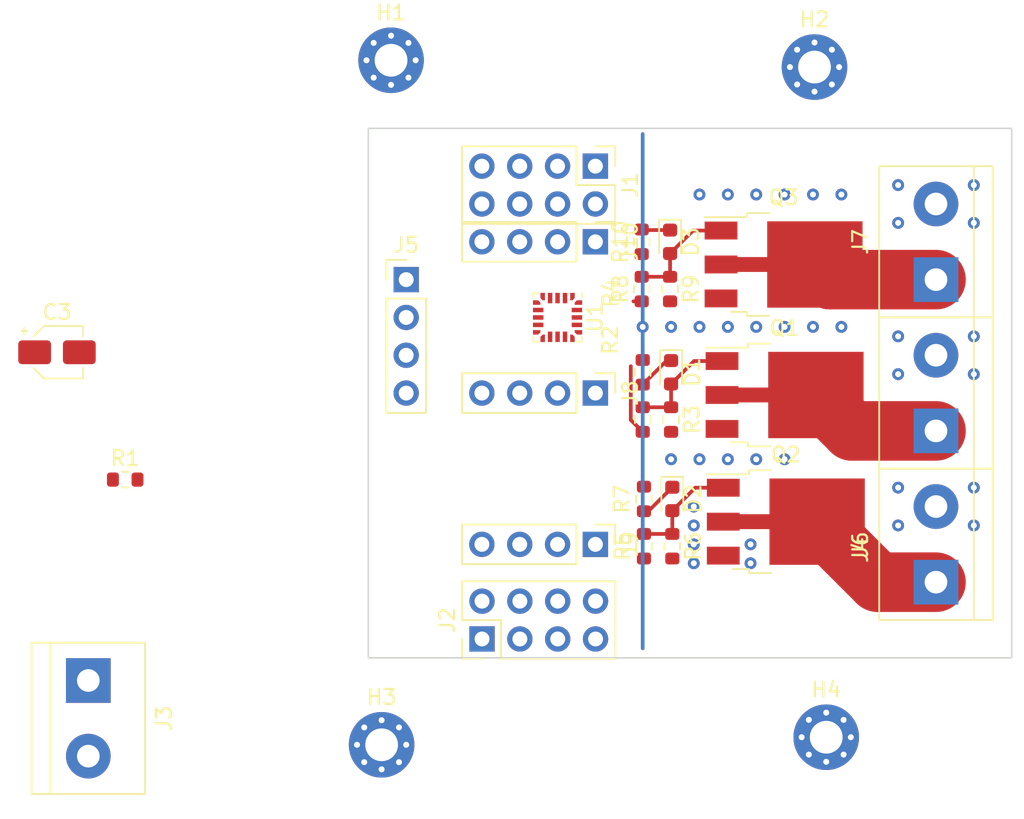
<source format=kicad_pcb>
(kicad_pcb (version 20211014) (generator pcbnew)
  (layers (0 "F.Cu" signal) (31 "B.Cu" signal) (34 "B.Paste" user) (35 "F.Paste" user) (36 "B.SilkS" user "B.Silkscreen") (37 "F.SilkS" user "F.Silkscreen") (38 "B.Mask" user) (39 "F.Mask" user) (44 "Edge.Cuts" user))
  (net 0 "")
  (net 1 "INIT_{IN}")
  (net 2 "GND")
  (net 3 "Net-(C3-Pad1)")
  (net 4 "+3V3")
  (net 5 "~{BUSRST}")
  (net 6 "~{INT}")
  (net 7 "MISO")
  (net 8 "INIT_{OUT}")
  (net 9 "MOSI")
  (net 10 "Net-(D1-Pad1)")
  (net 11 "Net-(D1-Pad2)")
  (net 12 "Net-(D2-Pad1)")
  (net 13 "SCLK")
  (net 14 "SWIM")
  (net 15 "Net-(D2-Pad2)")
  (net 16 "Net-(D3-Pad1)")
  (net 17 "Net-(D3-Pad2)")
  (net 18 "/24V Channel Driver/PWM")
  (net 19 "/24V Channel Driver1/PWM")
  (net 20 "/24V Channel Driver2/PWM")
  (net 21 "/24V Channel Driver/V_{IN}")
  (net 22 "/24V Channel Driver/V_{OUT}-")
  (net 23 "/24V Channel Driver1/V_{OUT}-")
  (net 24 "/24V Channel Driver2/V_{OUT}-")
  (net 25 "AIN3")
  (net 26 "AIN5")
  (net 27 "AIN6")
  (net 28 "BTN1")
  (net 29 "BTN2")
  (net 30 "BTN3")
  (footprint "Capacitor_SMD:CP_Elec_3x5.4" (layer "F.Cu") (at 121.34 45.52)
    (fp_text reference "C3" (at 0 -2.7) (layer "F.SilkS"))
    (fp_text value "680nF")
    (fp_line (start 1.76 1.76) (end 1.76 1.06) (layer "F.SilkS") (width 0.12))
    (fp_line (start -0.870563 1.76) (end 1.76 1.76) (layer "F.SilkS") (width 0.12))
    (fp_line (start 1.76 -1.76) (end 1.76 -1.06) (layer "F.SilkS") (width 0.12))
    (fp_line (start -1.570563 1.06) (end -0.870563 1.76) (layer "F.SilkS") (width 0.12))
    (fp_line (start -2.1875 -1.6225) (end -2.1875 -1.2475) (layer "F.SilkS") (width 0.12))
    (fp_line (start -1.570563 -1.06) (end -0.870563 -1.76) (layer "F.SilkS") (width 0.12))
    (fp_line (start -2.375 -1.435) (end -2 -1.435) (layer "F.SilkS") (width 0.12))
    (fp_line (start -0.870563 -1.76) (end 1.76 -1.76) (layer "F.SilkS") (width 0.12))
    (pad "1" smd roundrect (at -1.5 0) (size 2.2 1.6) (layers "F.Cu" "F.Paste" "F.Mask") (roundrect_rratio 0.15625) (net 3 "Net-(C3-Pad1)"))
    (pad "2" smd roundrect (at 1.5 0) (size 2.2 1.6) (layers "F.Cu" "F.Paste" "F.Mask") (roundrect_rratio 0.15625) (net 2 "GND"))
  )
  (footprint "LED_SMD:LED_0603_1608Metric" (layer "F.Cu") (at 162.643 55.371 -90)
    (fp_text reference "D2" (at 0 -1.43 90) (layer "F.SilkS"))
    (fp_text value "RED" hide)
    (fp_line (start 0.8 -0.735) (end -1.485 -0.735) (layer "F.SilkS") (width 0.12))
    (fp_line (start -1.485 0.735) (end 0.8 0.735) (layer "F.SilkS") (width 0.12))
    (fp_line (start -1.485 -0.735) (end -1.485 0.735) (layer "F.SilkS") (width 0.12))
    (pad "1" smd roundrect (at -0.7875 0 270) (size 0.875 0.95) (layers "F.Cu" "F.Paste" "F.Mask") (net 12 "Net-(D2-Pad1)"))
    (pad "2" smd roundrect (at 0.7875 0 270) (size 0.875 0.95) (layers "F.Cu" "F.Paste" "F.Mask") (net 15 "Net-(D2-Pad2)"))
  )
  (footprint "MountingHole:MountingHole_2.2mm_M2_Pad_Via" (layer "F.Cu") (at 143.13 71.882)
    (fp_text reference "H3" (at 0 -3.2) (layer "F.SilkS"))
    (fp_text value "MountingHole_Pad")
    (pad "1" thru_hole circle (at 1.65 0) (size 0.7 0.7) (drill 0.4) (layers *.Cu *.Mask) (net 2 "GND"))
    (pad "1" thru_hole circle (at -1.166726 1.166726) (size 0.7 0.7) (drill 0.4) (layers *.Cu *.Mask) (net 2 "GND"))
    (pad "1" thru_hole circle (at 0 0) (size 4.4 4.4) (drill 2.2) (layers *.Cu *.Mask) (net 2 "GND"))
    (pad "1" thru_hole circle (at -1.65 0) (size 0.7 0.7) (drill 0.4) (layers *.Cu *.Mask) (net 2 "GND"))
    (pad "1" thru_hole circle (at 0 1.65) (size 0.7 0.7) (drill 0.4) (layers *.Cu *.Mask) (net 2 "GND"))
    (pad "1" thru_hole circle (at 1.166726 -1.166726) (size 0.7 0.7) (drill 0.4) (layers *.Cu *.Mask) (net 2 "GND"))
    (pad "1" thru_hole circle (at 1.166726 1.166726) (size 0.7 0.7) (drill 0.4) (layers *.Cu *.Mask) (net 2 "GND"))
    (pad "1" thru_hole circle (at 0 -1.65) (size 0.7 0.7) (drill 0.4) (layers *.Cu *.Mask) (net 2 "GND"))
    (pad "1" thru_hole circle (at -1.166726 -1.166726) (size 0.7 0.7) (drill 0.4) (layers *.Cu *.Mask) (net 2 "GND"))
  )
  (footprint "Resistor_SMD:R_0603_1608Metric" (layer "F.Cu") (at 160.587 38.099 90)
    (fp_text reference "R10" (at 0 -1.43 90) (layer "F.SilkS"))
    (fp_text value "470Ohm" hide)
    (fp_line (start -0.237258 0.5225) (end 0.237258 0.5225) (layer "F.SilkS") (width 0.12))
    (fp_line (start -0.237258 -0.5225) (end 0.237258 -0.5225) (layer "F.SilkS") (width 0.12))
    (pad "1" smd roundrect (at -0.825 0 90) (size 0.8 0.95) (layers "F.Cu" "F.Paste" "F.Mask") (net 2 "GND"))
    (pad "2" smd roundrect (at 0.825 0 90) (size 0.8 0.95) (layers "F.Cu" "F.Paste" "F.Mask") (net 16 "Net-(D3-Pad1)"))
  )
  (footprint "LED_SMD:LED_0603_1608Metric" (layer "F.Cu") (at 162.56 46.863 -90)
    (fp_text reference "D1" (at 0 -1.43 90) (layer "F.SilkS"))
    (fp_text value "RED" hide)
    (fp_line (start -1.485 -0.735) (end -1.485 0.735) (layer "F.SilkS") (width 0.12))
    (fp_line (start -1.485 0.735) (end 0.8 0.735) (layer "F.SilkS") (width 0.12))
    (fp_line (start 0.8 -0.735) (end -1.485 -0.735) (layer "F.SilkS") (width 0.12))
    (pad "1" smd roundrect (at -0.7875 0 270) (size 0.875 0.95) (layers "F.Cu" "F.Paste" "F.Mask") (net 10 "Net-(D1-Pad1)"))
    (pad "2" smd roundrect (at 0.7875 0 270) (size 0.875 0.95) (layers "F.Cu" "F.Paste" "F.Mask") (net 11 "Net-(D1-Pad2)"))
  )
  (footprint "Package_DFN_QFN:ST_UFQFPN-20_3x3mm_P0.5mm" (layer "F.Cu") (at 154.94 43.18 -90)
    (fp_text reference "U1" (at 0 -2.5 90) (layer "F.SilkS"))
    (fp_text value "STM8S003F3U" hide)
    (fp_line (start 1.62 -1.62) (end 1.32 -1.62) (layer "F.SilkS") (width 0.12))
    (fp_line (start -1.62 -1.62) (end -1.32 -1.62) (layer "F.SilkS") (width 0.12))
    (fp_line (start 1.62 1.62) (end 1.32 1.62) (layer "F.SilkS") (width 0.12))
    (fp_line (start -1.62 1.62) (end -1.62 1.32) (layer "F.SilkS") (width 0.12))
    (fp_line (start 1.62 -1.62) (end 1.62 -1.32) (layer "F.SilkS") (width 0.12))
    (fp_line (start -1.62 1.62) (end -1.32 1.62) (layer "F.SilkS") (width 0.12))
    (fp_line (start 1.62 1.62) (end 1.62 1.32) (layer "F.SilkS") (width 0.12))
    (pad "1" smd custom (at -1.475 -1 270) (size 0.35 0.3) (layers "F.Cu" "F.Paste" "F.Mask") (net 5 "~{BUSRST}") (options (clearance outline) (anchor rect)) (primitives (gr_poly (pts (xy 0.325 0) (xy 0.325 0.15) (xy 0.175 0.15) (xy 0.175 -0.15)) (width 0) (fill yes))))
    (pad "2" smd rect (at -1.3 -0.5 270) (size 0.7 0.3) (layers "F.Cu" "F.Paste" "F.Mask") (net 1 "INIT_{IN}"))
    (pad "3" smd rect (at -1.3 0 270) (size 0.7 0.3) (layers "F.Cu" "F.Paste" "F.Mask") (net 8 "INIT_{OUT}"))
    (pad "4" smd rect (at -1.3 0.5 270) (size 0.7 0.3) (layers "F.Cu" "F.Paste" "F.Mask") (net 2 "GND"))
    (pad "5" smd custom (at -1.475 1 270) (size 0.35 0.3) (layers "F.Cu" "F.Paste" "F.Mask") (net 3 "Net-(C3-Pad1)") (options (clearance outline) (anchor rect)) (primitives (gr_poly (pts (xy 0.325 0) (xy 0.175 0.15) (xy 0.175 -0.15) (xy 0.325 -0.15)) (width 0) (fill yes))))
    (pad "6" smd custom (at -1 1.475 270) (size 0.3 0.35) (layers "F.Cu" "F.Paste" "F.Mask") (net 4 "+3V3") (options (clearance outline) (anchor rect)) (primitives (gr_poly (pts (xy 0.15 -0.175) (xy -0.15 -0.175) (xy 0 -0.325) (xy 0.15 -0.325)) (width 0) (fill yes))))
    (pad "7" smd rect (at -0.5 1.3 270) (size 0.3 0.7) (layers "F.Cu" "F.Paste" "F.Mask") (net 19 "/24V Channel Driver1/PWM"))
    (pad "8" smd rect (at 0 1.3 270) (size 0.3 0.7) (layers "F.Cu" "F.Paste" "F.Mask") (net 28 "BTN1"))
    (pad "9" smd rect (at 0.5 1.3 270) (size 0.3 0.7) (layers "F.Cu" "F.Paste" "F.Mask") (net 29 "BTN2"))
    (pad "10" smd custom (at 1 1.475 270) (size 0.3 0.35) (layers "F.Cu" "F.Paste" "F.Mask") (net 30 "BTN3") (options (clearance outline) (anchor rect)) (primitives (gr_poly (pts (xy 0.15 -0.175) (xy -0.15 -0.175) (xy -0.15 -0.325) (xy 0 -0.325)) (width 0) (fill yes))))
    (pad "11" smd custom (at 1.475 1 270) (size 0.35 0.3) (layers "F.Cu" "F.Paste" "F.Mask") (net 6 "~{INT}") (options (clearance outline) (anchor rect)) (primitives (gr_poly (pts (xy -0.175 0.15) (xy -0.325 0) (xy -0.325 -0.15) (xy -0.175 -0.15)) (width 0) (fill yes))))
    (pad "12" smd rect (at 1.3 0.5 270) (size 0.7 0.3) (layers "F.Cu" "F.Paste" "F.Mask") (net 13 "SCLK"))
    (pad "13" smd rect (at 1.3 0 270) (size 0.7 0.3) (layers "F.Cu" "F.Paste" "F.Mask") (net 9 "MOSI"))
    (pad "14" smd rect (at 1.3 -0.5 270) (size 0.7 0.3) (layers "F.Cu" "F.Paste" "F.Mask") (net 7 "MISO"))
    (pad "15" smd custom (at 1.475 -1 270) (size 0.35 0.3) (layers "F.Cu" "F.Paste" "F.Mask") (net 14 "SWIM") (options (clearance outline) (anchor rect)) (primitives (gr_poly (pts (xy -0.175 0.15) (xy -0.325 0.15) (xy -0.325 0) (xy -0.175 -0.15)) (width 0) (fill yes))))
    (pad "16" smd custom (at 1 -1.475 270) (size 0.3 0.35) (layers "F.Cu" "F.Paste" "F.Mask") (net 25 "AIN3") (options (clearance outline) (anchor rect)) (primitives (gr_poly (pts (xy 0 0.325) (xy -0.15 0.325) (xy -0.15 0.175) (xy 0.15 0.175)) (width 0) (fill yes))))
    (pad "17" smd rect (at 0.5 -1.3 270) (size 0.3 0.7) (layers "F.Cu" "F.Paste" "F.Mask") (net 18 "/24V Channel Driver/PWM"))
    (pad "18" smd rect (at 0 -1.3 270) (size 0.3 0.7) (layers "F.Cu" "F.Paste" "F.Mask") (net 20 "/24V Channel Driver2/PWM"))
    (pad "19" smd rect (at -0.5 -1.3 270) (size 0.3 0.7) (layers "F.Cu" "F.Paste" "F.Mask") (net 26 "AIN5"))
    (pad "20" smd custom (at -1 -1.475 270) (size 0.3 0.35) (layers "F.Cu" "F.Paste" "F.Mask") (net 27 "AIN6") (options (clearance outline) (anchor rect)) (primitives (gr_poly (pts (xy 0.15 0.325) (xy 0 0.325) (xy -0.15 0.175) (xy 0.15 0.175)) (width 0) (fill yes))))
  )
  (footprint "Resistor_SMD:R_0603_1608Metric" (layer "F.Cu") (at 160.655 50.038 90)
    (fp_text reference "R2" (at 5.334 -2.192 90) (layer "F.SilkS"))
    (fp_text value "51Ohm" hide)
    (fp_line (start -0.237258 -0.5225) (end 0.237258 -0.5225) (layer "F.SilkS") (width 0.12))
    (fp_line (start -0.237258 0.5225) (end 0.237258 0.5225) (layer "F.SilkS") (width 0.12))
    (pad "1" smd roundrect (at -0.825 0 90) (size 0.8 0.95) (layers "F.Cu" "F.Paste" "F.Mask") (net 18 "/24V Channel Driver/PWM"))
    (pad "2" smd roundrect (at 0.825 0 90) (size 0.8 0.95) (layers "F.Cu" "F.Paste" "F.Mask") (net 11 "Net-(D1-Pad2)"))
  )
  (footprint "Package_TO_SOT_SMD:TO-252-3_TabPin4" (layer "F.Cu") (at 170.18 48.388)
    (fp_text reference "Q1" (at 0 -4.5) (layer "F.SilkS"))
    (fp_text value "Q_NMOS_GDSD" hide)
    (fp_line (start -2.47 -3.45) (end -2.47 -3.18) (layer "F.SilkS") (width 0.12))
    (fp_line (start -0.97 3.45) (end -2.47 3.45) (layer "F.SilkS") (width 0.12))
    (fp_line (start -2.47 -3.18) (end -5.3 -3.18) (layer "F.SilkS") (width 0.12))
    (fp_line (start -2.47 3.18) (end -3.57 3.18) (layer "F.SilkS") (width 0.12))
    (fp_line (start -0.97 -3.45) (end -2.47 -3.45) (layer "F.SilkS") (width 0.12))
    (fp_line (start -2.47 3.45) (end -2.47 3.18) (layer "F.SilkS") (width 0.12))
    (pad "1" smd rect (at -4.2 -2.28) (size 2.2 1.2) (layers "F.Cu" "F.Paste" "F.Mask") (net 11 "Net-(D1-Pad2)"))
    (pad "2" smd rect (at -4.2 0) (size 2.2 1.2) (layers "F.Cu" "F.Paste" "F.Mask") (net 22 "/24V Channel Driver/V_{OUT}-"))
    (pad "3" smd rect (at -4.2 2.28) (size 2.2 1.2) (layers "F.Cu" "F.Paste" "F.Mask") (net 2 "GND"))
    (pad "4" smd rect (at 2.1 0) (size 6.4 5.8) (layers "F.Cu" "F.Mask") (net 22 "/24V Channel Driver/V_{OUT}-"))
  )
  (footprint "Connector_PinHeader_2.54mm:PinHeader_2x04_P2.54mm_Vertical" (layer "F.Cu") (at 149.87 64.775 90)
    (fp_text reference "J2" (at 1.27 -2.33 90) (layer "F.SilkS"))
    (fp_text value "Conn_02x04_Odd_Even")
    (fp_line (start 3.87 -1.33) (end 3.87 8.95) (layer "F.SilkS") (width 0.12))
    (fp_line (start -1.33 -1.33) (end 0 -1.33) (layer "F.SilkS") (width 0.12))
    (fp_line (start 1.27 1.27) (end 1.27 -1.33) (layer "F.SilkS") (width 0.12))
    (fp_line (start -1.33 0) (end -1.33 -1.33) (layer "F.SilkS") (width 0.12))
    (fp_line (start 1.27 -1.33) (end 3.87 -1.33) (layer "F.SilkS") (width 0.12))
    (fp_line (start -1.33 8.95) (end 3.87 8.95) (layer "F.SilkS") (width 0.12))
    (fp_line (start -1.33 1.27) (end -1.33 8.95) (layer "F.SilkS") (width 0.12))
    (fp_line (start -1.33 1.27) (end 1.27 1.27) (layer "F.SilkS") (width 0.12))
    (pad "1" thru_hole rect (at 0 0 90) (size 1.7 1.7) (drill 1) (layers *.Cu *.Mask) (net 2 "GND"))
    (pad "2" thru_hole oval (at 2.54 0 90) (size 1.7 1.7) (drill 1) (layers *.Cu *.Mask) (net 8 "INIT_{OUT}"))
    (pad "3" thru_hole oval (at 0 2.54 90) (size 1.7 1.7) (drill 1) (layers *.Cu *.Mask) (net 9 "MOSI"))
    (pad "4" thru_hole oval (at 2.54 2.54 90) (size 1.7 1.7) (drill 1) (layers *.Cu *.Mask) (net 5 "~{BUSRST}"))
    (pad "5" thru_hole oval (at 0 5.08 90) (size 1.7 1.7) (drill 1) (layers *.Cu *.Mask) (net 13 "SCLK"))
    (pad "6" thru_hole oval (at 2.54 5.08 90) (size 1.7 1.7) (drill 1) (layers *.Cu *.Mask) (net 6 "~{INT}"))
    (pad "7" thru_hole oval (at 0 7.62 90) (size 1.7 1.7) (drill 1) (layers *.Cu *.Mask) (net 4 "+3V3"))
    (pad "8" thru_hole oval (at 2.54 7.62 90) (size 1.7 1.7) (drill 1) (layers *.Cu *.Mask) (net 7 "MISO"))
  )
  (footprint "Resistor_SMD:R_0603_1608Metric" (layer "F.Cu") (at 162.492 41.274 90)
    (fp_text reference "R9" (at 0 1.397 90) (layer "F.SilkS"))
    (fp_text value "12kOhm" hide)
    (fp_line (start -0.237258 0.5225) (end 0.237258 0.5225) (layer "F.SilkS") (width 0.12))
    (fp_line (start -0.237258 -0.5225) (end 0.237258 -0.5225) (layer "F.SilkS") (width 0.12))
    (pad "1" smd roundrect (at -0.825 0 90) (size 0.8 0.95) (layers "F.Cu" "F.Paste" "F.Mask") (net 2 "GND"))
    (pad "2" smd roundrect (at 0.825 0 90) (size 0.8 0.95) (layers "F.Cu" "F.Paste" "F.Mask") (net 17 "Net-(D3-Pad2)"))
  )
  (footprint "TerminalBlock:TerminalBlock_bornier-2_P5.08mm" (layer "F.Cu") (at 180.34 60.96 90)
    (fp_text reference "J6" (at 2.54 -5.08 90) (layer "F.SilkS"))
    (fp_text value "Conn_01x02_Male")
    (fp_line (start 7.62 3.81) (end 7.62 -3.81) (layer "F.SilkS") (width 0.12))
    (fp_line (start -2.54 -3.81) (end -2.54 3.81) (layer "F.SilkS") (width 0.12))
    (fp_line (start -2.54 3.81) (end 7.62 3.81) (layer "F.SilkS") (width 0.12))
    (fp_line (start 7.62 2.54) (end -2.54 2.54) (layer "F.SilkS") (width 0.12))
    (fp_line (start 7.62 -3.81) (end -2.54 -3.81) (layer "F.SilkS") (width 0.12))
    (pad "1" thru_hole rect (at 0 0 90) (size 3 3) (drill 1.52) (layers *.Cu *.Mask) (net 23 "/24V Channel Driver1/V_{OUT}-"))
    (pad "2" thru_hole circle (at 5.08 0 90) (size 3 3) (drill 1.52) (layers *.Cu *.Mask) (net 21 "/24V Channel Driver/V_{IN}"))
  )
  (footprint "Package_TO_SOT_SMD:TO-252-3_TabPin4" (layer "F.Cu") (at 170.263 56.896)
    (fp_text reference "Q2" (at 0 -4.5) (layer "F.SilkS"))
    (fp_text value "Q_NMOS_GDSD" hide)
    (fp_line (start -2.47 -3.45) (end -2.47 -3.18) (layer "F.SilkS") (width 0.12))
    (fp_line (start -2.47 3.45) (end -2.47 3.18) (layer "F.SilkS") (width 0.12))
    (fp_line (start -0.97 3.45) (end -2.47 3.45) (layer "F.SilkS") (width 0.12))
    (fp_line (start -0.97 -3.45) (end -2.47 -3.45) (layer "F.SilkS") (width 0.12))
    (fp_line (start -2.47 -3.18) (end -5.3 -3.18) (layer "F.SilkS") (width 0.12))
    (fp_line (start -2.47 3.18) (end -3.57 3.18) (layer "F.SilkS") (width 0.12))
    (pad "1" smd rect (at -4.2 -2.28) (size 2.2 1.2) (layers "F.Cu" "F.Paste" "F.Mask") (net 15 "Net-(D2-Pad2)"))
    (pad "2" smd rect (at -4.2 0) (size 2.2 1.2) (layers "F.Cu" "F.Paste" "F.Mask") (net 23 "/24V Channel Driver1/V_{OUT}-"))
    (pad "3" smd rect (at -4.2 2.28) (size 2.2 1.2) (layers "F.Cu" "F.Paste" "F.Mask") (net 2 "GND"))
    (pad "4" smd rect (at 2.1 0) (size 6.4 5.8) (layers "F.Cu" "F.Mask") (net 23 "/24V Channel Driver1/V_{OUT}-"))
  )
  (footprint "Resistor_SMD:R_0603_1608Metric" (layer "F.Cu") (at 160.738 55.371 -90)
    (fp_text reference "R7" (at 0.001 1.48 90) (layer "F.SilkS"))
    (fp_text value "470Ohm" hide)
    (fp_line (start -0.237258 -0.5225) (end 0.237258 -0.5225) (layer "F.SilkS") (width 0.12))
    (fp_line (start -0.237258 0.5225) (end 0.237258 0.5225) (layer "F.SilkS") (width 0.12))
    (pad "1" smd roundrect (at -0.825 0 270) (size 0.8 0.95) (layers "F.Cu" "F.Paste" "F.Mask") (net 2 "GND"))
    (pad "2" smd roundrect (at 0.825 0 270) (size 0.8 0.95) (layers "F.Cu" "F.Paste" "F.Mask") (net 12 "Net-(D2-Pad1)"))
  )
  (footprint "Package_TO_SOT_SMD:TO-252-3_TabPin4" (layer "F.Cu") (at 170.112 39.624)
    (fp_text reference "Q3" (at 0 -4.5) (layer "F.SilkS"))
    (fp_text value "Q_NMOS_GDSD" hide)
    (fp_line (start -2.47 3.45) (end -2.47 3.18) (layer "F.SilkS") (width 0.12))
    (fp_line (start -2.47 -3.18) (end -5.3 -3.18) (layer "F.SilkS") (width 0.12))
    (fp_line (start -2.47 3.18) (end -3.57 3.18) (layer "F.SilkS") (width 0.12))
    (fp_line (start -0.97 -3.45) (end -2.47 -3.45) (layer "F.SilkS") (width 0.12))
    (fp_line (start -2.47 -3.45) (end -2.47 -3.18) (layer "F.SilkS") (width 0.12))
    (fp_line (start -0.97 3.45) (end -2.47 3.45) (layer "F.SilkS") (width 0.12))
    (pad "1" smd rect (at -4.2 -2.28) (size 2.2 1.2) (layers "F.Cu" "F.Paste" "F.Mask") (net 17 "Net-(D3-Pad2)"))
    (pad "2" smd rect (at -4.2 0) (size 2.2 1.2) (layers "F.Cu" "F.Paste" "F.Mask") (net 24 "/24V Channel Driver2/V_{OUT}-"))
    (pad "3" smd rect (at -4.2 2.28) (size 2.2 1.2) (layers "F.Cu" "F.Paste" "F.Mask") (net 2 "GND"))
    (pad "4" smd rect (at 2.1 0) (size 6.4 5.8) (layers "F.Cu" "F.Mask") (net 24 "/24V Channel Driver2/V_{OUT}-"))
  )
  (footprint "Resistor_SMD:R_0603_1608Metric" (layer "F.Cu") (at 160.738 58.546 90)
    (fp_text reference "R5" (at 0 -1.43 90) (layer "F.SilkS"))
    (fp_text value "51Ohm" hide)
    (fp_line (start -0.237258 -0.5225) (end 0.237258 -0.5225) (layer "F.SilkS") (width 0.12))
    (fp_line (start -0.237258 0.5225) (end 0.237258 0.5225) (layer "F.SilkS") (width 0.12))
    (pad "1" smd roundrect (at -0.825 0 90) (size 0.8 0.95) (layers "F.Cu" "F.Paste" "F.Mask") (net 19 "/24V Channel Driver1/PWM"))
    (pad "2" smd roundrect (at 0.825 0 90) (size 0.8 0.95) (layers "F.Cu" "F.Paste" "F.Mask") (net 15 "Net-(D2-Pad2)"))
  )
  (footprint "TerminalBlock:TerminalBlock_bornier-2_P5.08mm" (layer "F.Cu") (at 123.444 67.564 -90)
    (fp_text reference "J3" (at 2.54 -5.08 90) (layer "F.SilkS"))
    (fp_text value "Conn_01x02_Male")
    (fp_line (start -2.54 3.81) (end 7.62 3.81) (layer "F.SilkS") (width 0.12))
    (fp_line (start 7.62 3.81) (end 7.62 -3.81) (layer "F.SilkS") (width 0.12))
    (fp_line (start 7.62 -3.81) (end -2.54 -3.81) (layer "F.SilkS") (width 0.12))
    (fp_line (start 7.62 2.54) (end -2.54 2.54) (layer "F.SilkS") (width 0.12))
    (fp_line (start -2.54 -3.81) (end -2.54 3.81) (layer "F.SilkS") (width 0.12))
    (pad "1" thru_hole rect (at 0 0 270) (size 3 3) (drill 1.52) (layers *.Cu *.Mask) (net 2 "GND"))
    (pad "2" thru_hole circle (at 5.08 0 270) (size 3 3) (drill 1.52) (layers *.Cu *.Mask) (net 21 "/24V Channel Driver/V_{IN}"))
  )
  (footprint "LED_SMD:LED_0603_1608Metric" (layer "F.Cu") (at 162.492 38.099 -90)
    (fp_text reference "D3" (at 0 -1.43 90) (layer "F.SilkS"))
    (fp_text value "RED" hide)
    (fp_line (start -1.485 -0.735) (end -1.485 0.735) (layer "F.SilkS") (width 0.12))
    (fp_line (start 0.8 -0.735) (end -1.485 -0.735) (layer "F.SilkS") (width 0.12))
    (fp_line (start -1.485 0.735) (end 0.8 0.735) (layer "F.SilkS") (width 0.12))
    (pad "1" smd roundrect (at -0.7875 0 270) (size 0.875 0.95) (layers "F.Cu" "F.Paste" "F.Mask") (net 16 "Net-(D3-Pad1)"))
    (pad "2" smd roundrect (at 0.7875 0 270) (size 0.875 0.95) (layers "F.Cu" "F.Paste" "F.Mask") (net 17 "Net-(D3-Pad2)"))
  )
  (footprint "MountingHole:MountingHole_2.2mm_M2_Pad_Via" (layer "F.Cu") (at 143.764 25.908)
    (fp_text reference "H1" (at 0 -3.2) (layer "F.SilkS"))
    (fp_text value "MountingHole_Pad")
    (pad "1" thru_hole circle (at -1.166726 1.166726) (size 0.7 0.7) (drill 0.4) (layers *.Cu *.Mask) (net 2 "GND"))
    (pad "1" thru_hole circle (at 1.166726 1.166726) (size 0.7 0.7) (drill 0.4) (layers *.Cu *.Mask) (net 2 "GND"))
    (pad "1" thru_hole circle (at 0 0) (size 4.4 4.4) (drill 2.2) (layers *.Cu *.Mask) (net 2 "GND"))
    (pad "1" thru_hole circle (at 0 -1.65) (size 0.7 0.7) (drill 0.4) (layers *.Cu *.Mask) (net 2 "GND"))
    (pad "1" thru_hole circle (at -1.65 0) (size 0.7 0.7) (drill 0.4) (layers *.Cu *.Mask) (net 2 "GND"))
    (pad "1" thru_hole circle (at 1.65 0) (size 0.7 0.7) (drill 0.4) (layers *.Cu *.Mask) (net 2 "GND"))
    (pad "1" thru_hole circle (at 0 1.65) (size 0.7 0.7) (drill 0.4) (layers *.Cu *.Mask) (net 2 "GND"))
    (pad "1" thru_hole circle (at -1.166726 -1.166726) (size 0.7 0.7) (drill 0.4) (layers *.Cu *.Mask) (net 2 "GND"))
    (pad "1" thru_hole circle (at 1.166726 -1.166726) (size 0.7 0.7) (drill 0.4) (layers *.Cu *.Mask) (net 2 "GND"))
  )
  (footprint "Resistor_SMD:R_0603_1608Metric" (layer "F.Cu") (at 162.56 50.038 90)
    (fp_text reference "R3" (at 0 1.397 90) (layer "F.SilkS"))
    (fp_text value "12kOhm" hide)
    (fp_line (start -0.237258 0.5225) (end 0.237258 0.5225) (layer "F.SilkS") (width 0.12))
    (fp_line (start -0.237258 -0.5225) (end 0.237258 -0.5225) (layer "F.SilkS") (width 0.12))
    (pad "1" smd roundrect (at -0.825 0 90) (size 0.8 0.95) (layers "F.Cu" "F.Paste" "F.Mask") (net 2 "GND"))
    (pad "2" smd roundrect (at 0.825 0 90) (size 0.8 0.95) (layers "F.Cu" "F.Paste" "F.Mask") (net 11 "Net-(D1-Pad2)"))
  )
  (footprint "Resistor_SMD:R_0603_1608Metric" (layer "F.Cu") (at 125.92 54.07)
    (fp_text reference "R1" (at 0 -1.43) (layer "F.SilkS"))
    (fp_text value "12kOhm")
    (fp_line (start -0.237258 0.5225) (end 0.237258 0.5225) (layer "F.SilkS") (width 0.12))
    (fp_line (start -0.237258 -0.5225) (end 0.237258 -0.5225) (layer "F.SilkS") (width 0.12))
    (pad "1" smd roundrect (at -0.825 0) (size 0.8 0.95) (layers "F.Cu" "F.Paste" "F.Mask") (net 4 "+3V3"))
    (pad "2" smd roundrect (at 0.825 0) (size 0.8 0.95) (layers "F.Cu" "F.Paste" "F.Mask") (net 5 "~{BUSRST}"))
  )
  (footprint "Resistor_SMD:R_0603_1608Metric" (layer "F.Cu") (at 162.643 58.546 90)
    (fp_text reference "R6" (at 0 1.397 90) (layer "F.SilkS"))
    (fp_text value "12kOhm" hide)
    (fp_line (start -0.237258 -0.5225) (end 0.237258 -0.5225) (layer "F.SilkS") (width 0.12))
    (fp_line (start -0.237258 0.5225) (end 0.237258 0.5225) (layer "F.SilkS") (width 0.12))
    (pad "1" smd roundrect (at -0.825 0 90) (size 0.8 0.95) (layers "F.Cu" "F.Paste" "F.Mask") (net 2 "GND"))
    (pad "2" smd roundrect (at 0.825 0 90) (size 0.8 0.95) (layers "F.Cu" "F.Paste" "F.Mask") (net 15 "Net-(D2-Pad2)"))
  )
  (footprint "MountingHole:MountingHole_2.2mm_M2_Pad_Via" (layer "F.Cu") (at 172.974 71.374)
    (fp_text reference "H4" (at 0 -3.2) (layer "F.SilkS"))
    (fp_text value "MountingHole_Pad")
    (pad "1" thru_hole circle (at 0 -1.65) (size 0.7 0.7) (drill 0.4) (layers *.Cu *.Mask) (net 2 "GND"))
    (pad "1" thru_hole circle (at 1.65 0) (size 0.7 0.7) (drill 0.4) (layers *.Cu *.Mask) (net 2 "GND"))
    (pad "1" thru_hole circle (at -1.166726 -1.166726) (size 0.7 0.7) (drill 0.4) (layers *.Cu *.Mask) (net 2 "GND"))
    (pad "1" thru_hole circle (at 1.166726 1.166726) (size 0.7 0.7) (drill 0.4) (layers *.Cu *.Mask) (net 2 "GND"))
    (pad "1" thru_hole circle (at 0 1.65) (size 0.7 0.7) (drill 0.4) (layers *.Cu *.Mask) (net 2 "GND"))
    (pad "1" thru_hole circle (at 0 0) (size 4.4 4.4) (drill 2.2) (layers *.Cu *.Mask) (net 2 "GND"))
    (pad "1" thru_hole circle (at -1.166726 1.166726) (size 0.7 0.7) (drill 0.4) (layers *.Cu *.Mask) (net 2 "GND"))
    (pad "1" thru_hole circle (at -1.65 0) (size 0.7 0.7) (drill 0.4) (layers *.Cu *.Mask) (net 2 "GND"))
    (pad "1" thru_hole circle (at 1.166726 -1.166726) (size 0.7 0.7) (drill 0.4) (layers *.Cu *.Mask) (net 2 "GND"))
  )
  (footprint "Connector_PinHeader_2.54mm:PinHeader_1x04_P2.54mm_Vertical" (layer "F.Cu") (at 157.48 58.42 -90)
    (fp_text reference "J9" (at 0 -2.33 90) (layer "F.SilkS"))
    (fp_text value "Conn_01x04_Male")
    (fp_line (start 1.33 1.27) (end 1.33 8.95) (layer "F.SilkS") (width 0.12))
    (fp_line (start -1.33 -1.33) (end 0 -1.33) (layer "F.SilkS") (width 0.12))
    (fp_line (start -1.33 1.27) (end 1.33 1.27) (layer "F.SilkS") (width 0.12))
    (fp_line (start -1.33 8.95) (end 1.33 8.95) (layer "F.SilkS") (width 0.12))
    (fp_line (start -1.33 1.27) (end -1.33 8.95) (layer "F.SilkS") (width 0.12))
    (fp_line (start -1.33 0) (end -1.33 -1.33) (layer "F.SilkS") (width 0.12))
    (pad "1" thru_hole rect (at 0 0 270) (size 1.7 1.7) (drill 1) (layers *.Cu *.Mask) (net 2 "GND"))
    (pad "2" thru_hole oval (at 0 2.54 270) (size 1.7 1.7) (drill 1) (layers *.Cu *.Mask) (net 26 "AIN5"))
    (pad "3" thru_hole oval (at 0 5.08 270) (size 1.7 1.7) (drill 1) (layers *.Cu *.Mask) (net 29 "BTN2"))
    (pad "4" thru_hole oval (at 0 7.62 270) (size 1.7 1.7) (drill 1) (layers *.Cu *.Mask) (net 4 "+3V3"))
  )
  (footprint "Connector_PinHeader_2.54mm:PinHeader_2x04_P2.54mm_Vertical" (layer "F.Cu") (at 157.48 33.02 -90)
    (fp_text reference "J1" (at 1.27 -2.33 90) (layer "F.SilkS"))
    (fp_text value "Conn_02x04_Odd_Even")
    (fp_line (start -1.33 1.27) (end -1.33 8.95) (layer "F.SilkS") (width 0.12))
    (fp_line (start -1.33 8.95) (end 3.87 8.95) (layer "F.SilkS") (width 0.12))
    (fp_line (start 1.27 1.27) (end 1.27 -1.33) (layer "F.SilkS") (width 0.12))
    (fp_line (start -1.33 1.27) (end 1.27 1.27) (layer "F.SilkS") (width 0.12))
    (fp_line (start 3.87 -1.33) (end 3.87 8.95) (layer "F.SilkS") (width 0.12))
    (fp_line (start -1.33 0) (end -1.33 -1.33) (layer "F.SilkS") (width 0.12))
    (fp_line (start -1.33 -1.33) (end 0 -1.33) (layer "F.SilkS") (width 0.12))
    (fp_line (start 1.27 -1.33) (end 3.87 -1.33) (layer "F.SilkS") (width 0.12))
    (pad "1" thru_hole rect (at 0 0 270) (size 1.7 1.7) (drill 1) (layers *.Cu *.Mask) (net 2 "GND"))
    (pad "2" thru_hole oval (at 2.54 0 270) (size 1.7 1.7) (drill 1) (layers *.Cu *.Mask) (net 1 "INIT_{IN}"))
    (pad "3" thru_hole oval (at 0 2.54 270) (size 1.7 1.7) (drill 1) (layers *.Cu *.Mask) (net 9 "MOSI"))
    (pad "4" thru_hole oval (at 2.54 2.54 270) (size 1.7 1.7) (drill 1) (layers *.Cu *.Mask) (net 5 "~{BUSRST}"))
    (pad "5" thru_hole oval (at 0 5.08 270) (size 1.7 1.7) (drill 1) (layers *.Cu *.Mask) (net 13 "SCLK"))
    (pad "6" thru_hole oval (at 2.54 5.08 270) (size 1.7 1.7) (drill 1) (layers *.Cu *.Mask) (net 6 "~{INT}"))
    (pad "7" thru_hole oval (at 0 7.62 270) (size 1.7 1.7) (drill 1) (layers *.Cu *.Mask) (net 4 "+3V3"))
    (pad "8" thru_hole oval (at 2.54 7.62 270) (size 1.7 1.7) (drill 1) (layers *.Cu *.Mask) (net 7 "MISO"))
  )
  (footprint "Connector_PinHeader_2.54mm:PinHeader_1x04_P2.54mm_Vertical" (layer "F.Cu") (at 157.48 48.26 -90)
    (fp_text reference "J8" (at 0 -2.33 90) (layer "F.SilkS"))
    (fp_text value "Conn_01x04_Male")
    (fp_line (start 1.33 1.27) (end 1.33 8.95) (layer "F.SilkS") (width 0.12))
    (fp_line (start -1.33 1.27) (end -1.33 8.95) (layer "F.SilkS") (width 0.12))
    (fp_line (start -1.33 0) (end -1.33 -1.33) (layer "F.SilkS") (width 0.12))
    (fp_line (start -1.33 1.27) (end 1.33 1.27) (layer "F.SilkS") (width 0.12))
    (fp_line (start -1.33 8.95) (end 1.33 8.95) (layer "F.SilkS") (width 0.12))
    (fp_line (start -1.33 -1.33) (end 0 -1.33) (layer "F.SilkS") (width 0.12))
    (pad "1" thru_hole rect (at 0 0 270) (size 1.7 1.7) (drill 1) (layers *.Cu *.Mask) (net 2 "GND"))
    (pad "2" thru_hole oval (at 0 2.54 270) (size 1.7 1.7) (drill 1) (layers *.Cu *.Mask) (net 25 "AIN3"))
    (pad "3" thru_hole oval (at 0 5.08 270) (size 1.7 1.7) (drill 1) (layers *.Cu *.Mask) (net 30 "BTN3"))
    (pad "4" thru_hole oval (at 0 7.62 270) (size 1.7 1.7) (drill 1) (layers *.Cu *.Mask) (net 4 "+3V3"))
  )
  (footprint "Connector_PinHeader_2.54mm:PinHeader_1x04_P2.54mm_Vertical" (layer "F.Cu") (at 144.78 40.64)
    (fp_text reference "J5" (at 0 -2.33) (layer "F.SilkS"))
    (fp_text value "Conn_01x04_Male")
    (fp_line (start -1.33 8.95) (end 1.33 8.95) (layer "F.SilkS") (width 0.12))
    (fp_line (start -1.33 0) (end -1.33 -1.33) (layer "F.SilkS") (width 0.12))
    (fp_line (start -1.33 -1.33) (end 0 -1.33) (layer "F.SilkS") (width 0.12))
    (fp_line (start -1.33 1.27) (end -1.33 8.95) (layer "F.SilkS") (width 0.12))
    (fp_line (start 1.33 1.27) (end 1.33 8.95) (layer "F.SilkS") (width 0.12))
    (fp_line (start -1.33 1.27) (end 1.33 1.27) (layer "F.SilkS") (width 0.12))
    (pad "1" thru_hole rect (at 0 0) (size 1.7 1.7) (drill 1) (layers *.Cu *.Mask) (net 5 "~{BUSRST}"))
    (pad "2" thru_hole oval (at 0 2.54) (size 1.7 1.7) (drill 1) (layers *.Cu *.Mask) (net 2 "GND"))
    (pad "3" thru_hole oval (at 0 5.08) (size 1.7 1.7) (drill 1) (layers *.Cu *.Mask) (net 14 "SWIM"))
    (pad "4" thru_hole oval (at 0 7.62) (size 1.7 1.7) (drill 1) (layers *.Cu *.Mask) (net 4 "+3V3"))
  )
  (footprint "TerminalBlock:TerminalBlock_bornier-2_P5.08mm" (layer "F.Cu") (at 180.34 50.8 90)
    (fp_text reference "J4" (at -8.002 -5.08 90) (layer "F.SilkS"))
    (fp_text value "Conn_01x02_Male" hide)
    (fp_line (start 7.62 3.81) (end 7.62 -3.81) (layer "F.SilkS") (width 0.12))
    (fp_line (start -2.54 -3.81) (end -2.54 3.81) (layer "F.SilkS") (width 0.12))
    (fp_line (start 7.62 -3.81) (end -2.54 -3.81) (layer "F.SilkS") (width 0.12))
    (fp_line (start 7.62 2.54) (end -2.54 2.54) (layer "F.SilkS") (width 0.12))
    (fp_line (start -2.54 3.81) (end 7.62 3.81) (layer "F.SilkS") (width 0.12))
    (pad "1" thru_hole rect (at 0 0 90) (size 3 3) (drill 1.52) (layers *.Cu *.Mask) (net 22 "/24V Channel Driver/V_{OUT}-"))
    (pad "2" thru_hole circle (at 5.08 0 90) (size 3 3) (drill 1.52) (layers *.Cu *.Mask) (net 21 "/24V Channel Driver/V_{IN}"))
  )
  (footprint "Resistor_SMD:R_0603_1608Metric" (layer "F.Cu") (at 160.655 46.863 -90)
    (fp_text reference "R4" (at -5.334 2.159 90) (layer "F.SilkS"))
    (fp_text value "470Ohm" hide)
    (fp_line (start -0.237258 -0.5225) (end 0.237258 -0.5225) (layer "F.SilkS") (width 0.12))
    (fp_line (start -0.237258 0.5225) (end 0.237258 0.5225) (layer "F.SilkS") (width 0.12))
    (pad "1" smd roundrect (at -0.825 0 270) (size 0.8 0.95) (layers "F.Cu" "F.Paste" "F.Mask") (net 2 "GND"))
    (pad "2" smd roundrect (at 0.825 0 270) (size 0.8 0.95) (layers "F.Cu" "F.Paste" "F.Mask") (net 10 "Net-(D1-Pad1)"))
  )
  (footprint "MountingHole:MountingHole_2.2mm_M2_Pad_Via" (layer "F.Cu") (at 172.1866 26.3652)
    (fp_text reference "H2" (at 0 -3.2) (layer "F.SilkS"))
    (fp_text value "MountingHole_Pad")
    (pad "1" thru_hole circle (at 1.166726 -1.166726) (size 0.7 0.7) (drill 0.4) (layers *.Cu *.Mask) (net 2 "GND"))
    (pad "1" thru_hole circle (at 1.65 0) (size 0.7 0.7) (drill 0.4) (layers *.Cu *.Mask) (net 2 "GND"))
    (pad "1" thru_hole circle (at 0 -1.65) (size 0.7 0.7) (drill 0.4) (layers *.Cu *.Mask) (net 2 "GND"))
    (pad "1" thru_hole circle (at -1.166726 -1.166726) (size 0.7 0.7) (drill 0.4) (layers *.Cu *.Mask) (net 2 "GND"))
    (pad "1" thru_hole circle (at -1.65 0) (size 0.7 0.7) (drill 0.4) (layers *.Cu *.Mask) (net 2 "GND"))
    (pad "1" thru_hole circle (at 0 1.65) (size 0.7 0.7) (drill 0.4) (layers *.Cu *.Mask) (net 2 "GND"))
    (pad "1" thru_hole circle (at 0 0) (size 4.4 4.4) (drill 2.2) (layers *.Cu *.Mask) (net 2 "GND"))
    (pad "1" thru_hole circle (at 1.166726 1.166726) (size 0.7 0.7) (drill 0.4) (layers *.Cu *.Mask) (net 2 "GND"))
    (pad "1" thru_hole circle (at -1.166726 1.166726) (size 0.7 0.7) (drill 0.4) (layers *.Cu *.Mask) (net 2 "GND"))
  )
  (footprint "Resistor_SMD:R_0603_1608Metric" (layer "F.Cu") (at 160.587 41.274 90)
    (fp_text reference "R8" (at 0 -1.43 90) (layer "F.SilkS"))
    (fp_text value "51Ohm" hide)
    (fp_line (start -0.237258 -0.5225) (end 0.237258 -0.5225) (layer "F.SilkS") (width 0.12))
    (fp_line (start -0.237258 0.5225) (end 0.237258 0.5225) (layer "F.SilkS") (width 0.12))
    (pad "1" smd roundrect (at -0.825 0 90) (size 0.8 0.95) (layers "F.Cu" "F.Paste" "F.Mask") (net 20 "/24V Channel Driver2/PWM"))
    (pad "2" smd roundrect (at 0.825 0 90) (size 0.8 0.95) (layers "F.Cu" "F.Paste" "F.Mask") (net 17 "Net-(D3-Pad2)"))
  )
  (footprint "TerminalBlock:TerminalBlock_bornier-2_P5.08mm" (layer "F.Cu") (at 180.34 40.64 90)
    (fp_text reference "J7" (at 2.54 -5.08 90) (layer "F.SilkS"))
    (fp_text value "Conn_01x02_Male")
    (fp_line (start 7.62 2.54) (end -2.54 2.54) (layer "F.SilkS") (width 0.12))
    (fp_line (start 7.62 3.81) (end 7.62 -3.81) (layer "F.SilkS") (width 0.12))
    (fp_line (start -2.54 3.81) (end 7.62 3.81) (layer "F.SilkS") (width 0.12))
    (fp_line (start -2.54 -3.81) (end -2.54 3.81) (layer "F.SilkS") (width 0.12))
    (fp_line (start 7.62 -3.81) (end -2.54 -3.81) (layer "F.SilkS") (width 0.12))
    (pad "1" thru_hole rect (at 0 0 90) (size 3 3) (drill 1.52) (layers *.Cu *.Mask) (net 24 "/24V Channel Driver2/V_{OUT}-"))
    (pad "2" thru_hole circle (at 5.08 0 90) (size 3 3) (drill 1.52) (layers *.Cu *.Mask) (net 21 "/24V Channel Driver/V_{IN}"))
  )
  (footprint "Connector_PinHeader_2.54mm:PinHeader_1x04_P2.54mm_Vertical" (layer "F.Cu") (at 157.48 38.1 -90)
    (fp_text reference "J10" (at 0 -2.33 90) (layer "F.SilkS"))
    (fp_text value "Conn_01x04_Male")
    (fp_line (start -1.33 -1.33) (end 0 -1.33) (layer "F.SilkS") (width 0.12))
    (fp_line (start -1.33 8.95) (end 1.33 8.95) (layer "F.SilkS") (width 0.12))
    (fp_line (start -1.33 0) (end -1.33 -1.33) (layer "F.SilkS") (width 0.12))
    (fp_line (start -1.33 1.27) (end 1.33 1.27) (layer "F.SilkS") (width 0.12))
    (fp_line (start 1.33 1.27) (end 1.33 8.95) (layer "F.SilkS") (width 0.12))
    (fp_line (start -1.33 1.27) (end -1.33 8.95) (layer "F.SilkS") (width 0.12))
    (pad "1" thru_hole rect (at 0 0 270) (size 1.7 1.7) (drill 1) (layers *.Cu *.Mask) (net 2 "GND"))
    (pad "2" thru_hole oval (at 0 2.54 270) (size 1.7 1.7) (drill 1) (layers *.Cu *.Mask) (net 27 "AIN6"))
    (pad "3" thru_hole oval (at 0 5.08 270) (size 1.7 1.7) (drill 1) (layers *.Cu *.Mask) (net 28 "BTN1"))
    (pad "4" thru_hole oval (at 0 7.62 270) (size 1.7 1.7) (drill 1) (layers *.Cu *.Mask) (net 4 "+3V3"))
  )
  (gr_rect (start 185.42 30.48) (end 142.24 66.04) (layer "Edge.Cuts") (width 0.1) (fill none))
  (segment (start 160.7755 54.5835) (end 160.738 54.546) (width 0.25) (layer "F.Cu") (net 2))
  (segment (start 160.6925 46.0755) (end 160.655 46.038) (width 0.25) (layer "F.Cu") (net 2))
  (via (at 172.085 43.815) (size 0.8) (drill 0.4) (layers "F.Cu" "B.Cu") (net 2))
  (via (at 168.275 52.705) (size 0.8) (drill 0.4) (layers "F.Cu" "B.Cu") (net 2))
  (via (at 167.894 58.42) (size 0.8) (drill 0.4) (layers "F.Cu" "B.Cu") (net 2))
  (via (at 164.084 55.88) (size 0.8) (drill 0.4) (layers "F.Cu" "B.Cu") (net 2))
  (via (at 164.084 57.15) (size 0.8) (drill 0.4) (layers "F.Cu" "B.Cu") (net 2))
  (via (at 168.275 34.925) (size 0.8) (drill 0.4) (layers "F.Cu" "B.Cu") (net 2))
  (via (at 164.084 59.69) (size 0.8) (drill 0.4) (layers "F.Cu" "B.Cu") (net 2))
  (via (at 166.37 34.925) (size 0.8) (drill 0.4) (layers "F.Cu" "B.Cu") (net 2))
  (via (at 170.18 43.815) (size 0.8) (drill 0.4) (layers "F.Cu" "B.Cu") (net 2))
  (via (at 160.655 43.815) (size 0.8) (drill 0.4) (layers "F.Cu" "B.Cu") (net 2))
  (via (at 168.275 43.815) (size 0.8) (drill 0.4) (layers "F.Cu" "B.Cu") (net 2))
  (via (at 162.56 43.815) (size 0.8) (drill 0.4) (layers "F.Cu" "B.Cu") (net 2))
  (via (at 170.18 52.705) (size 0.8) (drill 0.4) (layers "F.Cu" "B.Cu") (net 2))
  (via (at 164.465 34.925) (size 0.8) (drill 0.4) (layers "F.Cu" "B.Cu") (net 2))
  (via (at 173.99 34.925) (size 0.8) (drill 0.4) (layers "F.Cu" "B.Cu") (net 2))
  (via (at 173.99 43.815) (size 0.8) (drill 0.4) (layers "F.Cu" "B.Cu") (net 2))
  (via (at 164.084 58.42) (size 0.8) (drill 0.4) (layers "F.Cu" "B.Cu") (net 2))
  (via (at 164.465 43.815) (size 0.8) (drill 0.4) (layers "F.Cu" "B.Cu") (net 2))
  (via (at 164.465 52.705) (size 0.8) (drill 0.4) (layers "F.Cu" "B.Cu") (net 2))
  (via (at 166.37 43.815) (size 0.8) (drill 0.4) (layers "F.Cu" "B.Cu") (net 2))
  (via (at 170.18 34.925) (size 0.8) (drill 0.4) (layers "F.Cu" "B.Cu") (net 2))
  (via (at 162.56 52.705) (size 0.8) (drill 0.4) (layers "F.Cu" "B.Cu") (net 2))
  (via (at 167.894 59.69) (size 0.8) (drill 0.4) (layers "F.Cu" "B.Cu") (net 2))
  (via (at 172.085 34.925) (size 0.8) (drill 0.4) (layers "F.Cu" "B.Cu") (net 2))
  (via (at 166.37 52.705) (size 0.8) (drill 0.4) (layers "F.Cu" "B.Cu") (net 2))
  (segment (start 160.655 43.815) (end 160.655 65.405) (width 0.25) (layer "B.Cu") (net 2))
  (segment (start 160.655 43.815) (end 160.655 30.861) (width 0.25) (layer "B.Cu") (net 2))
  (segment (start 162.56 46.0755) (end 162.2675 46.0755) (width 0.25) (layer "F.Cu") (net 10))
  (segment (start 162.2675 46.0755) (end 160.655 47.688) (width 0.25) (layer "F.Cu") (net 10))
  (segment (start 164.1025 46.108) (end 165.98 46.108) (width 0.25) (layer "F.Cu") (net 11))
  (segment (start 162.56 47.6505) (end 164.1025 46.108) (width 0.25) (layer "F.Cu") (net 11))
  (segment (start 160.655 49.213) (end 162.56 49.213) (width 0.25) (layer "F.Cu") (net 11))
  (segment (start 162.56 49.213) (end 162.56 47.6505) (width 0.25) (layer "F.Cu") (net 11))
  (segment (start 162.643 54.5835) (end 161.0305 56.196) (width 0.25) (layer "F.Cu") (net 12))
  (segment (start 161.0305 56.196) (end 160.738 56.196) (width 0.25) (layer "F.Cu") (net 12))
  (segment (start 162.643 56.1585) (end 164.1855 54.616) (width 0.25) (layer "F.Cu") (net 15))
  (segment (start 164.1855 54.616) (end 166.063 54.616) (width 0.25) (layer "F.Cu") (net 15))
  (segment (start 162.643 57.721) (end 162.643 56.1585) (width 0.25) (layer "F.Cu") (net 15))
  (segment (start 160.738 57.721) (end 162.643 57.721) (width 0.25) (layer "F.Cu") (net 15))
  (segment (start 162.492 37.3115) (end 160.6245 37.3115) (width 0.25) (layer "F.Cu") (net 16))
  (segment (start 160.6245 37.3115) (end 160.587 37.274) (width 0.25) (layer "F.Cu") (net 16))
  (segment (start 160.587 40.449) (end 162.492 40.449) (width 0.25) (layer "F.Cu") (net 17))
  (segment (start 162.492 40.449) (end 162.492 38.8865) (width 0.25) (layer "F.Cu") (net 17))
  (segment (start 164.0345 37.344) (end 165.912 37.344) (width 0.25) (layer "F.Cu") (net 17))
  (segment (start 162.492 38.8865) (end 164.0345 37.344) (width 0.25) (layer "F.Cu") (net 17))
  (segment (start 160.655 50.863) (end 159.85548 50.06348) (width 0.25) (layer "F.Cu") (net 18))
  (segment (start 159.85548 50.06348) (end 159.85548 46.455263) (width 0.25) (layer "F.Cu") (net 18))
  (segment (start 160.032274 42.099) (end 160.587 42.099) (width 0.25) (layer "F.Cu") (net 20))
  (via (at 182.88 34.29) (size 0.8) (drill 0.4) (layers "F.Cu" "B.Cu") (net 21))
  (via (at 182.88 57.15) (size 0.8) (drill 0.4) (layers "F.Cu" "B.Cu") (net 21))
  (via (at 182.88 54.61) (size 0.8) (drill 0.4) (layers "F.Cu" "B.Cu") (net 21))
  (via (at 182.88 46.99) (size 0.8) (drill 0.4) (layers "F.Cu" "B.Cu") (net 21))
  (via (at 177.8 46.99) (size 0.8) (drill 0.4) (layers "F.Cu" "B.Cu") (net 21))
  (via (at 177.8 36.83) (size 0.8) (drill 0.4) (layers "F.Cu" "B.Cu") (net 21))
  (via (at 182.88 36.83) (size 0.8) (drill 0.4) (layers "F.Cu" "B.Cu") (net 21))
  (via (at 177.8 54.61) (size 0.8) (drill 0.4) (layers "F.Cu" "B.Cu") (net 21))
  (via (at 177.8 57.15) (size 0.8) (drill 0.4) (layers "F.Cu" "B.Cu") (net 21))
  (via (at 177.8 44.45) (size 0.8) (drill 0.4) (layers "F.Cu" "B.Cu") (net 21))
  (via (at 177.8 34.29) (size 0.8) (drill 0.4) (layers "F.Cu" "B.Cu") (net 21))
  (via (at 182.88 44.45) (size 0.8) (drill 0.4) (layers "F.Cu" "B.Cu") (net 21))
  (segment (start 180.34 50.8) (end 174.692 50.8) (width 4) (layer "F.Cu") (net 22))
  (segment (start 174.692 50.8) (end 172.28 48.388) (width 4) (layer "F.Cu") (net 22))
  (segment (start 165.98 48.388) (end 172.28 48.388) (width 1) (layer "F.Cu") (net 22))
  (segment (start 176.427 60.96) (end 172.363 56.896) (width 4) (layer "F.Cu") (net 23))
  (segment (start 166.063 56.896) (end 172.363 56.896) (width 1) (layer "F.Cu") (net 23))
  (segment (start 180.34 60.96) (end 176.427 60.96) (width 4) (layer "F.Cu") (net 23))
  (segment (start 173.228 40.64) (end 172.212 39.624) (width 4) (layer "F.Cu") (net 24))
  (segment (start 180.34 40.64) (end 173.228 40.64) (width 4) (layer "F.Cu") (net 24))
  (segment (start 165.912 39.624) (end 172.212 39.624) (width 1) (layer "F.Cu") (net 24))
)
</source>
